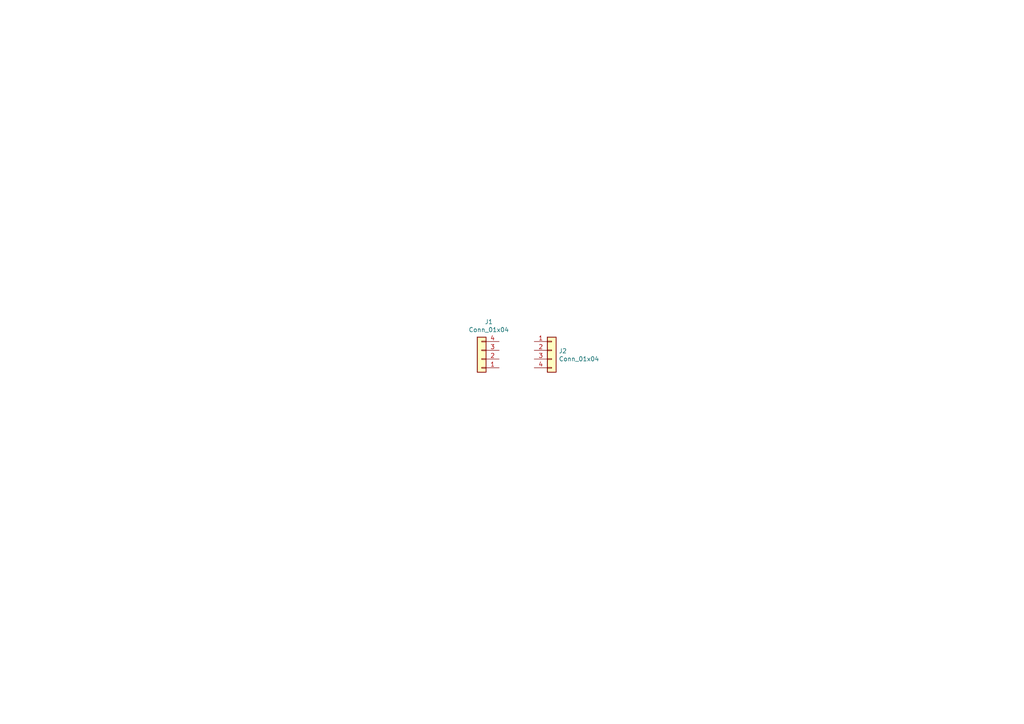
<source format=kicad_sch>
(kicad_sch (version 20231120) (generator "eeschema") (generator_version "8.0")
  (paper "A4")
  (lib_symbols
    (symbol "Connector_Generic:Conn_01x04" (pin_names (offset 1.016) hide)
      (property "Reference" "J" (at 0 5.08 0))
      (property "Value" "Conn_01x04" (at 0 -7.62 0))
      (symbol "Conn_01x04_1_1"
        (rectangle (start -1.27 -4.953) (end 0 -5.207) (stroke (width 0.1524)))
        (rectangle (start -1.27 -2.413) (end 0 -2.667) (stroke (width 0.1524)))
        (rectangle (start -1.27 0.127) (end 0 -0.127) (stroke (width 0.1524)))
        (rectangle (start -1.27 2.667) (end 0 2.413) (stroke (width 0.1524)))
        (rectangle (start -1.27 3.81) (end 1.27 -6.35) (stroke (width 0.254)) (fill (type background)))
        (pin passive line (at -5.08 2.54 0) (length 3.81) (name "Pin_1") (number "1"))
        (pin passive line (at -5.08 0 0) (length 3.81) (name "Pin_2") (number "2"))
        (pin passive line (at -5.08 -2.54 0) (length 3.81) (name "Pin_3") (number "3"))
        (pin passive line (at -5.08 -5.08 0) (length 3.81) (name "Pin_4") (number "4"))
      )
    )
  )
  (symbol (lib_id "Connector_Generic:Conn_01x04") (at 139.7 104.14 180) (unit 1)
    (property "Reference" "J1" (at 141.7828 93.345 0))
    (property "Value" "Conn_01x04" (at 141.7828 95.6564 0))
    (property "Footprint" "Connector_PinHeader_2.54mm:PinHeader_1x04_P2.54mm_Vertical" (effects (hide yes)))
  )
  (symbol (lib_id "Connector_Generic:Conn_01x04") (at 160.02 101.6 0) (unit 1)
    (property "Reference" "J2" (at 162.052 101.8032 0) (effects (justify left)))
    (property "Value" "Conn_01x04" (at 162.052 104.1146 0) (effects (justify left)))
    (property "Footprint" "Connector_PinHeader_2.54mm:PinHeader_1x04_P2.54mm_Vertical" (effects (hide yes)))
  )
)
</source>
